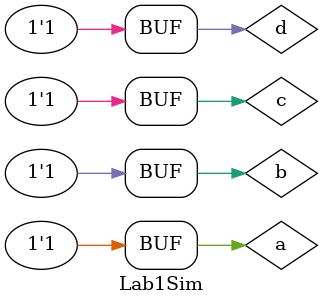
<source format=v>
`timescale 1ns / 1ps


module Lab1Sim();

reg a;
reg b;
reg c;
reg d;

wire x;
wire y;
wire z;

Lab1Module UUT(
    .a(a),
    .b(b),
    .c(c),
    .d(d),
    .x(x),
    .y(y),
    .z(z)
    );

    initial begin
        a=0;
        b=0;
        c=0;
        d=0;
        #10;
        
        a=0;
        b=0;
        c=0;
        d=1;
        #10;
        
        a=0;
        b=0;
        c=1;
        d=0;
        #10;
        
        a=0;
        b=0;
        c=1;
        d=1;
        #10;
        
        a=0;
        b=1;
        c=0;
        d=0;
        #10;
        
        a=0;
        b=1;
        c=0;
        d=1;
        #10;
        
        a=0;
        b=1;
        c=1;
        d=0;
        #10;
        
        a=0;
        b=1;
        c=1;
        d=1;
        #10;
        
        a=1;
        b=0;
        c=0;
        d=0;
        #10;
        
        a=1;
        b=0;
        c=0;
        d=1;
        #10;
        
        a=1;
        b=0;
        c=1;
        d=0;
        #10;
        
        a=1;
        b=0;
        c=1;
        d=1;
        #10;
        
        a=1;
        b=1;
        c=0;
        d=0;
        #10;
        
        a=1;
        b=1;
        c=0;
        d=1;
        #10;
        
        a=1;
        b=1;
        c=1;
        d=0;
        #10;
        
        a=1;
        b=1;
        c=1;
        d=1;
    end 

endmodule

</source>
